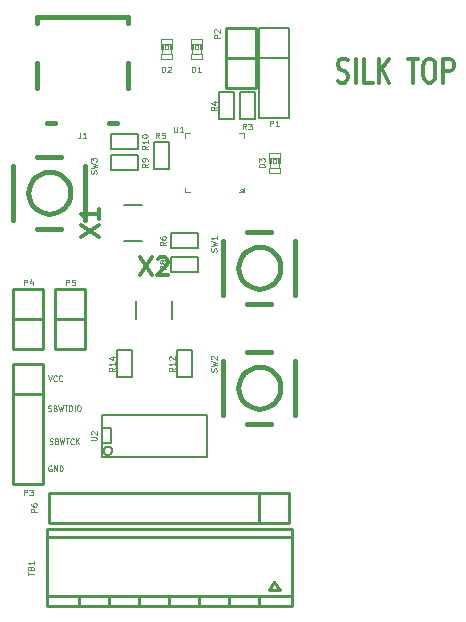
<source format=gto>
G04 (created by PCBNEW-RS274X (2012-01-19 BZR 3256)-stable) date 12/4/2012 11:19:28 PM*
G01*
G70*
G90*
%MOIN*%
G04 Gerber Fmt 3.4, Leading zero omitted, Abs format*
%FSLAX34Y34*%
G04 APERTURE LIST*
%ADD10C,0.006000*%
%ADD11C,0.012000*%
%ADD12C,0.004000*%
%ADD13C,0.003900*%
%ADD14C,0.015000*%
%ADD15C,0.005000*%
%ADD16C,0.002600*%
%ADD17C,0.010000*%
G04 APERTURE END LIST*
G54D10*
G54D11*
X71114Y-32286D02*
X71200Y-32324D01*
X71343Y-32324D01*
X71400Y-32286D01*
X71429Y-32248D01*
X71457Y-32171D01*
X71457Y-32095D01*
X71429Y-32019D01*
X71400Y-31981D01*
X71343Y-31943D01*
X71229Y-31905D01*
X71171Y-31867D01*
X71143Y-31829D01*
X71114Y-31752D01*
X71114Y-31676D01*
X71143Y-31600D01*
X71171Y-31562D01*
X71229Y-31524D01*
X71371Y-31524D01*
X71457Y-31562D01*
X71714Y-32324D02*
X71714Y-31524D01*
X72286Y-32324D02*
X72000Y-32324D01*
X72000Y-31524D01*
X72486Y-32324D02*
X72486Y-31524D01*
X72829Y-32324D02*
X72572Y-31867D01*
X72829Y-31524D02*
X72486Y-31981D01*
X73457Y-31524D02*
X73800Y-31524D01*
X73629Y-32324D02*
X73629Y-31524D01*
X74114Y-31524D02*
X74228Y-31524D01*
X74286Y-31562D01*
X74343Y-31638D01*
X74371Y-31790D01*
X74371Y-32057D01*
X74343Y-32210D01*
X74286Y-32286D01*
X74228Y-32324D01*
X74114Y-32324D01*
X74057Y-32286D01*
X74000Y-32210D01*
X73971Y-32057D01*
X73971Y-31790D01*
X74000Y-31638D01*
X74057Y-31562D01*
X74114Y-31524D01*
X74629Y-32324D02*
X74629Y-31524D01*
X74857Y-31524D01*
X74915Y-31562D01*
X74943Y-31600D01*
X74972Y-31676D01*
X74972Y-31790D01*
X74943Y-31867D01*
X74915Y-31905D01*
X74857Y-31943D01*
X74629Y-31943D01*
G54D12*
X61563Y-45090D02*
X61546Y-45081D01*
X61520Y-45081D01*
X61495Y-45090D01*
X61477Y-45110D01*
X61469Y-45129D01*
X61460Y-45167D01*
X61460Y-45195D01*
X61469Y-45233D01*
X61477Y-45252D01*
X61495Y-45271D01*
X61520Y-45281D01*
X61537Y-45281D01*
X61563Y-45271D01*
X61572Y-45262D01*
X61572Y-45195D01*
X61537Y-45195D01*
X61649Y-45281D02*
X61649Y-45081D01*
X61752Y-45281D01*
X61752Y-45081D01*
X61838Y-45281D02*
X61838Y-45081D01*
X61881Y-45081D01*
X61906Y-45090D01*
X61924Y-45110D01*
X61932Y-45129D01*
X61941Y-45167D01*
X61941Y-45195D01*
X61932Y-45233D01*
X61924Y-45252D01*
X61906Y-45271D01*
X61881Y-45281D01*
X61838Y-45281D01*
X61507Y-44371D02*
X61533Y-44381D01*
X61576Y-44381D01*
X61593Y-44371D01*
X61602Y-44362D01*
X61610Y-44343D01*
X61610Y-44324D01*
X61602Y-44305D01*
X61593Y-44295D01*
X61576Y-44286D01*
X61542Y-44276D01*
X61524Y-44267D01*
X61516Y-44257D01*
X61507Y-44238D01*
X61507Y-44219D01*
X61516Y-44200D01*
X61524Y-44190D01*
X61542Y-44181D01*
X61584Y-44181D01*
X61610Y-44190D01*
X61747Y-44276D02*
X61773Y-44286D01*
X61781Y-44295D01*
X61790Y-44314D01*
X61790Y-44343D01*
X61781Y-44362D01*
X61773Y-44371D01*
X61755Y-44381D01*
X61687Y-44381D01*
X61687Y-44181D01*
X61747Y-44181D01*
X61764Y-44190D01*
X61773Y-44200D01*
X61781Y-44219D01*
X61781Y-44238D01*
X61773Y-44257D01*
X61764Y-44267D01*
X61747Y-44276D01*
X61687Y-44276D01*
X61850Y-44181D02*
X61893Y-44381D01*
X61927Y-44238D01*
X61961Y-44381D01*
X62004Y-44181D01*
X62047Y-44181D02*
X62150Y-44181D01*
X62099Y-44381D02*
X62099Y-44181D01*
X62313Y-44362D02*
X62304Y-44371D01*
X62278Y-44381D01*
X62261Y-44381D01*
X62236Y-44371D01*
X62218Y-44352D01*
X62210Y-44333D01*
X62201Y-44295D01*
X62201Y-44267D01*
X62210Y-44229D01*
X62218Y-44210D01*
X62236Y-44190D01*
X62261Y-44181D01*
X62278Y-44181D01*
X62304Y-44190D01*
X62313Y-44200D01*
X62390Y-44381D02*
X62390Y-44181D01*
X62493Y-44381D02*
X62416Y-44267D01*
X62493Y-44181D02*
X62390Y-44295D01*
X61460Y-43271D02*
X61486Y-43281D01*
X61529Y-43281D01*
X61546Y-43271D01*
X61555Y-43262D01*
X61563Y-43243D01*
X61563Y-43224D01*
X61555Y-43205D01*
X61546Y-43195D01*
X61529Y-43186D01*
X61495Y-43176D01*
X61477Y-43167D01*
X61469Y-43157D01*
X61460Y-43138D01*
X61460Y-43119D01*
X61469Y-43100D01*
X61477Y-43090D01*
X61495Y-43081D01*
X61537Y-43081D01*
X61563Y-43090D01*
X61700Y-43176D02*
X61726Y-43186D01*
X61734Y-43195D01*
X61743Y-43214D01*
X61743Y-43243D01*
X61734Y-43262D01*
X61726Y-43271D01*
X61708Y-43281D01*
X61640Y-43281D01*
X61640Y-43081D01*
X61700Y-43081D01*
X61717Y-43090D01*
X61726Y-43100D01*
X61734Y-43119D01*
X61734Y-43138D01*
X61726Y-43157D01*
X61717Y-43167D01*
X61700Y-43176D01*
X61640Y-43176D01*
X61803Y-43081D02*
X61846Y-43281D01*
X61880Y-43138D01*
X61914Y-43281D01*
X61957Y-43081D01*
X62000Y-43081D02*
X62103Y-43081D01*
X62052Y-43281D02*
X62052Y-43081D01*
X62163Y-43281D02*
X62163Y-43081D01*
X62206Y-43081D01*
X62231Y-43090D01*
X62249Y-43110D01*
X62257Y-43129D01*
X62266Y-43167D01*
X62266Y-43195D01*
X62257Y-43233D01*
X62249Y-43252D01*
X62231Y-43271D01*
X62206Y-43281D01*
X62163Y-43281D01*
X62343Y-43281D02*
X62343Y-43081D01*
X62463Y-43081D02*
X62497Y-43081D01*
X62515Y-43090D01*
X62532Y-43110D01*
X62540Y-43148D01*
X62540Y-43214D01*
X62532Y-43252D01*
X62515Y-43271D01*
X62497Y-43281D01*
X62463Y-43281D01*
X62446Y-43271D01*
X62429Y-43252D01*
X62420Y-43214D01*
X62420Y-43148D01*
X62429Y-43110D01*
X62446Y-43090D01*
X62463Y-43081D01*
X61460Y-42081D02*
X61520Y-42281D01*
X61580Y-42081D01*
X61743Y-42262D02*
X61734Y-42271D01*
X61708Y-42281D01*
X61691Y-42281D01*
X61666Y-42271D01*
X61648Y-42252D01*
X61640Y-42233D01*
X61631Y-42195D01*
X61631Y-42167D01*
X61640Y-42129D01*
X61648Y-42110D01*
X61666Y-42090D01*
X61691Y-42081D01*
X61708Y-42081D01*
X61734Y-42090D01*
X61743Y-42100D01*
X61923Y-42262D02*
X61914Y-42271D01*
X61888Y-42281D01*
X61871Y-42281D01*
X61846Y-42271D01*
X61828Y-42252D01*
X61820Y-42233D01*
X61811Y-42195D01*
X61811Y-42167D01*
X61820Y-42129D01*
X61828Y-42110D01*
X61846Y-42090D01*
X61871Y-42081D01*
X61888Y-42081D01*
X61914Y-42090D01*
X61923Y-42100D01*
G54D13*
X67946Y-35906D02*
X67945Y-35913D01*
X67942Y-35921D01*
X67939Y-35928D01*
X67934Y-35934D01*
X67928Y-35939D01*
X67921Y-35942D01*
X67914Y-35945D01*
X67906Y-35945D01*
X67899Y-35945D01*
X67892Y-35943D01*
X67885Y-35939D01*
X67879Y-35934D01*
X67873Y-35928D01*
X67870Y-35921D01*
X67867Y-35914D01*
X67867Y-35906D01*
X67867Y-35899D01*
X67869Y-35892D01*
X67873Y-35885D01*
X67878Y-35879D01*
X67884Y-35874D01*
X67890Y-35870D01*
X67898Y-35867D01*
X67906Y-35867D01*
X67912Y-35867D01*
X67920Y-35869D01*
X67927Y-35873D01*
X67933Y-35878D01*
X67938Y-35883D01*
X67942Y-35890D01*
X67945Y-35898D01*
X67945Y-35905D01*
X67946Y-35906D01*
X67827Y-35984D02*
X67984Y-35984D01*
X67984Y-35984D02*
X67984Y-35827D01*
X67984Y-34173D02*
X67984Y-34016D01*
X67984Y-34016D02*
X67827Y-34016D01*
X66173Y-34016D02*
X66016Y-34016D01*
X66016Y-34173D02*
X66016Y-34016D01*
X66016Y-35984D02*
X66016Y-35827D01*
X66016Y-35984D02*
X66173Y-35984D01*
G54D14*
X61420Y-33680D02*
X61700Y-33680D01*
X64110Y-30140D02*
X64110Y-30350D01*
X61090Y-30140D02*
X61090Y-30350D01*
X64120Y-31680D02*
X64120Y-32500D01*
X61080Y-31680D02*
X61080Y-32520D01*
X63500Y-33680D02*
X63760Y-33680D01*
X61090Y-30140D02*
X64110Y-30140D01*
X69200Y-38500D02*
X69186Y-38635D01*
X69147Y-38766D01*
X69083Y-38887D01*
X68996Y-38993D01*
X68891Y-39080D01*
X68771Y-39145D01*
X68640Y-39185D01*
X68504Y-39199D01*
X68369Y-39187D01*
X68238Y-39149D01*
X68117Y-39085D01*
X68011Y-39000D01*
X67923Y-38895D01*
X67857Y-38775D01*
X67816Y-38645D01*
X67801Y-38509D01*
X67812Y-38374D01*
X67850Y-38243D01*
X67912Y-38121D01*
X67997Y-38014D01*
X68101Y-37926D01*
X68220Y-37859D01*
X68350Y-37817D01*
X68486Y-37801D01*
X68621Y-37811D01*
X68753Y-37848D01*
X68875Y-37909D01*
X68982Y-37994D01*
X69072Y-38097D01*
X69139Y-38216D01*
X69182Y-38345D01*
X69199Y-38481D01*
X69200Y-38500D01*
X68900Y-39700D02*
X68100Y-39700D01*
X69700Y-37600D02*
X69700Y-39400D01*
X68100Y-37300D02*
X68900Y-37300D01*
X67300Y-39400D02*
X67300Y-37600D01*
X62200Y-36000D02*
X62186Y-36135D01*
X62147Y-36266D01*
X62083Y-36387D01*
X61996Y-36493D01*
X61891Y-36580D01*
X61771Y-36645D01*
X61640Y-36685D01*
X61504Y-36699D01*
X61369Y-36687D01*
X61238Y-36649D01*
X61117Y-36585D01*
X61011Y-36500D01*
X60923Y-36395D01*
X60857Y-36275D01*
X60816Y-36145D01*
X60801Y-36009D01*
X60812Y-35874D01*
X60850Y-35743D01*
X60912Y-35621D01*
X60997Y-35514D01*
X61101Y-35426D01*
X61220Y-35359D01*
X61350Y-35317D01*
X61486Y-35301D01*
X61621Y-35311D01*
X61753Y-35348D01*
X61875Y-35409D01*
X61982Y-35494D01*
X62072Y-35597D01*
X62139Y-35716D01*
X62182Y-35845D01*
X62199Y-35981D01*
X62200Y-36000D01*
X61100Y-34800D02*
X61900Y-34800D01*
X60300Y-36900D02*
X60300Y-35100D01*
X61900Y-37200D02*
X61100Y-37200D01*
X62700Y-35100D02*
X62700Y-36900D01*
X69200Y-42500D02*
X69186Y-42635D01*
X69147Y-42766D01*
X69083Y-42887D01*
X68996Y-42993D01*
X68891Y-43080D01*
X68771Y-43145D01*
X68640Y-43185D01*
X68504Y-43199D01*
X68369Y-43187D01*
X68238Y-43149D01*
X68117Y-43085D01*
X68011Y-43000D01*
X67923Y-42895D01*
X67857Y-42775D01*
X67816Y-42645D01*
X67801Y-42509D01*
X67812Y-42374D01*
X67850Y-42243D01*
X67912Y-42121D01*
X67997Y-42014D01*
X68101Y-41926D01*
X68220Y-41859D01*
X68350Y-41817D01*
X68486Y-41801D01*
X68621Y-41811D01*
X68753Y-41848D01*
X68875Y-41909D01*
X68982Y-41994D01*
X69072Y-42097D01*
X69139Y-42216D01*
X69182Y-42345D01*
X69199Y-42481D01*
X69200Y-42500D01*
X68900Y-43700D02*
X68100Y-43700D01*
X69700Y-41600D02*
X69700Y-43400D01*
X68100Y-41300D02*
X68900Y-41300D01*
X67300Y-43400D02*
X67300Y-41600D01*
G54D10*
X63250Y-43400D02*
X66750Y-43400D01*
X66750Y-43400D02*
X66750Y-44800D01*
X66750Y-44800D02*
X63250Y-44800D01*
X63250Y-44800D02*
X63250Y-43400D01*
G54D15*
X63591Y-44600D02*
X63588Y-44627D01*
X63580Y-44653D01*
X63567Y-44678D01*
X63550Y-44699D01*
X63528Y-44716D01*
X63504Y-44729D01*
X63478Y-44738D01*
X63450Y-44740D01*
X63424Y-44738D01*
X63398Y-44730D01*
X63373Y-44717D01*
X63352Y-44700D01*
X63334Y-44679D01*
X63321Y-44655D01*
X63313Y-44629D01*
X63310Y-44601D01*
X63312Y-44575D01*
X63319Y-44549D01*
X63332Y-44524D01*
X63349Y-44503D01*
X63370Y-44485D01*
X63394Y-44471D01*
X63420Y-44463D01*
X63448Y-44460D01*
X63474Y-44462D01*
X63500Y-44469D01*
X63525Y-44481D01*
X63547Y-44498D01*
X63565Y-44519D01*
X63578Y-44543D01*
X63587Y-44569D01*
X63590Y-44597D01*
X63591Y-44600D01*
X63250Y-43850D02*
X63550Y-43850D01*
X63550Y-43850D02*
X63550Y-44350D01*
X63550Y-44350D02*
X63250Y-44350D01*
X67850Y-33550D02*
X67850Y-32650D01*
X67850Y-32650D02*
X68350Y-32650D01*
X68350Y-32650D02*
X68350Y-33550D01*
X68350Y-33550D02*
X67850Y-33550D01*
X67150Y-33550D02*
X67150Y-32650D01*
X67150Y-32650D02*
X67650Y-32650D01*
X67650Y-32650D02*
X67650Y-33550D01*
X67650Y-33550D02*
X67150Y-33550D01*
X65000Y-35200D02*
X65000Y-34300D01*
X65000Y-34300D02*
X65500Y-34300D01*
X65500Y-34300D02*
X65500Y-35200D01*
X65500Y-35200D02*
X65000Y-35200D01*
X65550Y-37350D02*
X66450Y-37350D01*
X66450Y-37350D02*
X66450Y-37850D01*
X66450Y-37850D02*
X65550Y-37850D01*
X65550Y-37850D02*
X65550Y-37350D01*
X65550Y-38150D02*
X66450Y-38150D01*
X66450Y-38150D02*
X66450Y-38650D01*
X66450Y-38650D02*
X65550Y-38650D01*
X65550Y-38650D02*
X65550Y-38150D01*
X63550Y-34750D02*
X64450Y-34750D01*
X64450Y-34750D02*
X64450Y-35250D01*
X64450Y-35250D02*
X63550Y-35250D01*
X63550Y-35250D02*
X63550Y-34750D01*
X63550Y-34050D02*
X64450Y-34050D01*
X64450Y-34050D02*
X64450Y-34550D01*
X64450Y-34550D02*
X63550Y-34550D01*
X63550Y-34550D02*
X63550Y-34050D01*
X64250Y-41250D02*
X64250Y-42150D01*
X64250Y-42150D02*
X63750Y-42150D01*
X63750Y-42150D02*
X63750Y-41250D01*
X63750Y-41250D02*
X64250Y-41250D01*
X66250Y-41250D02*
X66250Y-42150D01*
X66250Y-42150D02*
X65750Y-42150D01*
X65750Y-42150D02*
X65750Y-41250D01*
X65750Y-41250D02*
X66250Y-41250D01*
G54D16*
X68823Y-34823D02*
X69177Y-34823D01*
X69177Y-34823D02*
X69177Y-34666D01*
X68823Y-34666D02*
X69177Y-34666D01*
X68823Y-34823D02*
X68823Y-34666D01*
X68823Y-35334D02*
X69177Y-35334D01*
X69177Y-35334D02*
X69177Y-35177D01*
X68823Y-35177D02*
X69177Y-35177D01*
X68823Y-35334D02*
X68823Y-35177D01*
X68823Y-35000D02*
X68882Y-35000D01*
X68882Y-35000D02*
X68882Y-34882D01*
X68823Y-34882D02*
X68882Y-34882D01*
X68823Y-35000D02*
X68823Y-34882D01*
X69118Y-35000D02*
X69177Y-35000D01*
X69177Y-35000D02*
X69177Y-34882D01*
X69118Y-34882D02*
X69177Y-34882D01*
X69118Y-35000D02*
X69118Y-34882D01*
X68941Y-35000D02*
X69059Y-35000D01*
X69059Y-35000D02*
X69059Y-34882D01*
X68941Y-34882D02*
X69059Y-34882D01*
X68941Y-35000D02*
X68941Y-34882D01*
G54D12*
X68843Y-34823D02*
X68843Y-35177D01*
X69157Y-34823D02*
X69157Y-35177D01*
G54D16*
X65223Y-31023D02*
X65577Y-31023D01*
X65577Y-31023D02*
X65577Y-30866D01*
X65223Y-30866D02*
X65577Y-30866D01*
X65223Y-31023D02*
X65223Y-30866D01*
X65223Y-31534D02*
X65577Y-31534D01*
X65577Y-31534D02*
X65577Y-31377D01*
X65223Y-31377D02*
X65577Y-31377D01*
X65223Y-31534D02*
X65223Y-31377D01*
X65223Y-31200D02*
X65282Y-31200D01*
X65282Y-31200D02*
X65282Y-31082D01*
X65223Y-31082D02*
X65282Y-31082D01*
X65223Y-31200D02*
X65223Y-31082D01*
X65518Y-31200D02*
X65577Y-31200D01*
X65577Y-31200D02*
X65577Y-31082D01*
X65518Y-31082D02*
X65577Y-31082D01*
X65518Y-31200D02*
X65518Y-31082D01*
X65341Y-31200D02*
X65459Y-31200D01*
X65459Y-31200D02*
X65459Y-31082D01*
X65341Y-31082D02*
X65459Y-31082D01*
X65341Y-31200D02*
X65341Y-31082D01*
G54D12*
X65243Y-31023D02*
X65243Y-31377D01*
X65557Y-31023D02*
X65557Y-31377D01*
G54D16*
X66223Y-31023D02*
X66577Y-31023D01*
X66577Y-31023D02*
X66577Y-30866D01*
X66223Y-30866D02*
X66577Y-30866D01*
X66223Y-31023D02*
X66223Y-30866D01*
X66223Y-31534D02*
X66577Y-31534D01*
X66577Y-31534D02*
X66577Y-31377D01*
X66223Y-31377D02*
X66577Y-31377D01*
X66223Y-31534D02*
X66223Y-31377D01*
X66223Y-31200D02*
X66282Y-31200D01*
X66282Y-31200D02*
X66282Y-31082D01*
X66223Y-31082D02*
X66282Y-31082D01*
X66223Y-31200D02*
X66223Y-31082D01*
X66518Y-31200D02*
X66577Y-31200D01*
X66577Y-31200D02*
X66577Y-31082D01*
X66518Y-31082D02*
X66577Y-31082D01*
X66518Y-31200D02*
X66518Y-31082D01*
X66341Y-31200D02*
X66459Y-31200D01*
X66459Y-31200D02*
X66459Y-31082D01*
X66341Y-31082D02*
X66459Y-31082D01*
X66341Y-31200D02*
X66341Y-31082D01*
G54D12*
X66243Y-31023D02*
X66243Y-31377D01*
X66557Y-31023D02*
X66557Y-31377D01*
G54D17*
X69500Y-46000D02*
X61500Y-46000D01*
X61500Y-47000D02*
X69500Y-47000D01*
X69500Y-46000D02*
X69500Y-47000D01*
X61500Y-47000D02*
X61500Y-46000D01*
X68500Y-47000D02*
X68500Y-46000D01*
G54D10*
X68500Y-30500D02*
X69500Y-30500D01*
X69500Y-30500D02*
X69500Y-33500D01*
X69500Y-33500D02*
X68500Y-33500D01*
X68500Y-33500D02*
X68500Y-30500D01*
X69500Y-31500D02*
X68500Y-31500D01*
G54D17*
X61700Y-39200D02*
X61700Y-41200D01*
X62700Y-39200D02*
X62700Y-41200D01*
X61700Y-39200D02*
X62700Y-39200D01*
X62700Y-41200D02*
X61700Y-41200D01*
X62700Y-40200D02*
X61700Y-40200D01*
X60300Y-39200D02*
X60300Y-41200D01*
X61300Y-39200D02*
X61300Y-41200D01*
X60300Y-39200D02*
X61300Y-39200D01*
X61300Y-41200D02*
X60300Y-41200D01*
X61300Y-40200D02*
X60300Y-40200D01*
X68400Y-32500D02*
X68400Y-30500D01*
X67400Y-32500D02*
X67400Y-30500D01*
X68400Y-32500D02*
X67400Y-32500D01*
X67400Y-30500D02*
X68400Y-30500D01*
X67400Y-31500D02*
X68400Y-31500D01*
X60300Y-41700D02*
X60300Y-45700D01*
X61300Y-41700D02*
X61300Y-45700D01*
X60300Y-41700D02*
X61300Y-41700D01*
X61300Y-45700D02*
X60300Y-45700D01*
X61300Y-42700D02*
X60300Y-42700D01*
X69004Y-48972D02*
X69201Y-49248D01*
X69201Y-49248D02*
X68807Y-49248D01*
X68807Y-49248D02*
X69004Y-48972D01*
X69594Y-47476D02*
X61406Y-47476D01*
X69594Y-49445D02*
X61406Y-49445D01*
X69594Y-49760D02*
X69594Y-47201D01*
X69594Y-47201D02*
X61406Y-47201D01*
X61406Y-47201D02*
X61406Y-49760D01*
X61406Y-49760D02*
X69594Y-49760D01*
X62500Y-49512D02*
X62500Y-49762D01*
X63500Y-49512D02*
X63500Y-49762D01*
X64500Y-49512D02*
X64500Y-49762D01*
X65500Y-49512D02*
X65500Y-49762D01*
X66500Y-49512D02*
X66500Y-49762D01*
X67500Y-49512D02*
X67500Y-49762D01*
X68500Y-49512D02*
X68500Y-49762D01*
G54D15*
X64600Y-37600D02*
X64000Y-37600D01*
X64600Y-36400D02*
X64000Y-36400D01*
X64400Y-40200D02*
X64400Y-39600D01*
X65600Y-40200D02*
X65600Y-39600D01*
G54D12*
X65648Y-33793D02*
X65648Y-33939D01*
X65657Y-33956D01*
X65667Y-33964D01*
X65686Y-33973D01*
X65724Y-33973D01*
X65743Y-33964D01*
X65752Y-33956D01*
X65762Y-33939D01*
X65762Y-33793D01*
X65962Y-33973D02*
X65848Y-33973D01*
X65905Y-33973D02*
X65905Y-33793D01*
X65886Y-33819D01*
X65867Y-33836D01*
X65848Y-33844D01*
X62534Y-33993D02*
X62534Y-34121D01*
X62524Y-34147D01*
X62505Y-34164D01*
X62477Y-34173D01*
X62458Y-34173D01*
X62733Y-34173D02*
X62619Y-34173D01*
X62676Y-34173D02*
X62676Y-33993D01*
X62657Y-34019D01*
X62638Y-34036D01*
X62619Y-34044D01*
X67064Y-37966D02*
X67073Y-37937D01*
X67073Y-37890D01*
X67064Y-37871D01*
X67056Y-37861D01*
X67039Y-37852D01*
X67021Y-37852D01*
X67004Y-37861D01*
X66996Y-37871D01*
X66987Y-37890D01*
X66979Y-37928D01*
X66970Y-37947D01*
X66961Y-37956D01*
X66944Y-37966D01*
X66927Y-37966D01*
X66910Y-37956D01*
X66901Y-37947D01*
X66893Y-37928D01*
X66893Y-37880D01*
X66901Y-37852D01*
X66893Y-37785D02*
X67073Y-37738D01*
X66944Y-37700D01*
X67073Y-37662D01*
X66893Y-37614D01*
X67073Y-37433D02*
X67073Y-37547D01*
X67073Y-37490D02*
X66893Y-37490D01*
X66919Y-37509D01*
X66936Y-37528D01*
X66944Y-37547D01*
X63064Y-35366D02*
X63073Y-35337D01*
X63073Y-35290D01*
X63064Y-35271D01*
X63056Y-35261D01*
X63039Y-35252D01*
X63021Y-35252D01*
X63004Y-35261D01*
X62996Y-35271D01*
X62987Y-35290D01*
X62979Y-35328D01*
X62970Y-35347D01*
X62961Y-35356D01*
X62944Y-35366D01*
X62927Y-35366D01*
X62910Y-35356D01*
X62901Y-35347D01*
X62893Y-35328D01*
X62893Y-35280D01*
X62901Y-35252D01*
X62893Y-35185D02*
X63073Y-35138D01*
X62944Y-35100D01*
X63073Y-35062D01*
X62893Y-35014D01*
X62893Y-34956D02*
X62893Y-34833D01*
X62961Y-34899D01*
X62961Y-34871D01*
X62970Y-34852D01*
X62979Y-34842D01*
X62996Y-34833D01*
X63039Y-34833D01*
X63056Y-34842D01*
X63064Y-34852D01*
X63073Y-34871D01*
X63073Y-34928D01*
X63064Y-34947D01*
X63056Y-34956D01*
X67064Y-41966D02*
X67073Y-41937D01*
X67073Y-41890D01*
X67064Y-41871D01*
X67056Y-41861D01*
X67039Y-41852D01*
X67021Y-41852D01*
X67004Y-41861D01*
X66996Y-41871D01*
X66987Y-41890D01*
X66979Y-41928D01*
X66970Y-41947D01*
X66961Y-41956D01*
X66944Y-41966D01*
X66927Y-41966D01*
X66910Y-41956D01*
X66901Y-41947D01*
X66893Y-41928D01*
X66893Y-41880D01*
X66901Y-41852D01*
X66893Y-41785D02*
X67073Y-41738D01*
X66944Y-41700D01*
X67073Y-41662D01*
X66893Y-41614D01*
X66910Y-41547D02*
X66901Y-41537D01*
X66893Y-41518D01*
X66893Y-41471D01*
X66901Y-41452D01*
X66910Y-41442D01*
X66927Y-41433D01*
X66944Y-41433D01*
X66970Y-41442D01*
X67073Y-41556D01*
X67073Y-41433D01*
X62893Y-44252D02*
X63039Y-44252D01*
X63056Y-44243D01*
X63064Y-44233D01*
X63073Y-44214D01*
X63073Y-44176D01*
X63064Y-44157D01*
X63056Y-44148D01*
X63039Y-44138D01*
X62893Y-44138D01*
X62910Y-44052D02*
X62901Y-44042D01*
X62893Y-44023D01*
X62893Y-43976D01*
X62901Y-43957D01*
X62910Y-43947D01*
X62927Y-43938D01*
X62944Y-43938D01*
X62970Y-43947D01*
X63073Y-44061D01*
X63073Y-43938D01*
X68067Y-33873D02*
X68000Y-33787D01*
X67953Y-33873D02*
X67953Y-33693D01*
X68029Y-33693D01*
X68048Y-33701D01*
X68057Y-33710D01*
X68067Y-33727D01*
X68067Y-33753D01*
X68057Y-33770D01*
X68048Y-33779D01*
X68029Y-33787D01*
X67953Y-33787D01*
X68134Y-33693D02*
X68257Y-33693D01*
X68191Y-33761D01*
X68219Y-33761D01*
X68238Y-33770D01*
X68248Y-33779D01*
X68257Y-33796D01*
X68257Y-33839D01*
X68248Y-33856D01*
X68238Y-33864D01*
X68219Y-33873D01*
X68162Y-33873D01*
X68143Y-33864D01*
X68134Y-33856D01*
X67073Y-33133D02*
X66987Y-33200D01*
X67073Y-33247D02*
X66893Y-33247D01*
X66893Y-33171D01*
X66901Y-33152D01*
X66910Y-33143D01*
X66927Y-33133D01*
X66953Y-33133D01*
X66970Y-33143D01*
X66979Y-33152D01*
X66987Y-33171D01*
X66987Y-33247D01*
X66953Y-32962D02*
X67073Y-32962D01*
X66884Y-33009D02*
X67013Y-33057D01*
X67013Y-32933D01*
X65167Y-34173D02*
X65100Y-34087D01*
X65053Y-34173D02*
X65053Y-33993D01*
X65129Y-33993D01*
X65148Y-34001D01*
X65157Y-34010D01*
X65167Y-34027D01*
X65167Y-34053D01*
X65157Y-34070D01*
X65148Y-34079D01*
X65129Y-34087D01*
X65053Y-34087D01*
X65348Y-33993D02*
X65253Y-33993D01*
X65243Y-34079D01*
X65253Y-34070D01*
X65272Y-34061D01*
X65319Y-34061D01*
X65338Y-34070D01*
X65348Y-34079D01*
X65357Y-34096D01*
X65357Y-34139D01*
X65348Y-34156D01*
X65338Y-34164D01*
X65319Y-34173D01*
X65272Y-34173D01*
X65253Y-34164D01*
X65243Y-34156D01*
X65373Y-37633D02*
X65287Y-37700D01*
X65373Y-37747D02*
X65193Y-37747D01*
X65193Y-37671D01*
X65201Y-37652D01*
X65210Y-37643D01*
X65227Y-37633D01*
X65253Y-37633D01*
X65270Y-37643D01*
X65279Y-37652D01*
X65287Y-37671D01*
X65287Y-37747D01*
X65193Y-37462D02*
X65193Y-37500D01*
X65201Y-37519D01*
X65210Y-37528D01*
X65236Y-37547D01*
X65270Y-37557D01*
X65339Y-37557D01*
X65356Y-37547D01*
X65364Y-37538D01*
X65373Y-37519D01*
X65373Y-37481D01*
X65364Y-37462D01*
X65356Y-37452D01*
X65339Y-37443D01*
X65296Y-37443D01*
X65279Y-37452D01*
X65270Y-37462D01*
X65261Y-37481D01*
X65261Y-37519D01*
X65270Y-37538D01*
X65279Y-37547D01*
X65296Y-37557D01*
X65373Y-38433D02*
X65287Y-38500D01*
X65373Y-38547D02*
X65193Y-38547D01*
X65193Y-38471D01*
X65201Y-38452D01*
X65210Y-38443D01*
X65227Y-38433D01*
X65253Y-38433D01*
X65270Y-38443D01*
X65279Y-38452D01*
X65287Y-38471D01*
X65287Y-38547D01*
X65270Y-38319D02*
X65261Y-38338D01*
X65253Y-38347D01*
X65236Y-38357D01*
X65227Y-38357D01*
X65210Y-38347D01*
X65201Y-38338D01*
X65193Y-38319D01*
X65193Y-38281D01*
X65201Y-38262D01*
X65210Y-38252D01*
X65227Y-38243D01*
X65236Y-38243D01*
X65253Y-38252D01*
X65261Y-38262D01*
X65270Y-38281D01*
X65270Y-38319D01*
X65279Y-38338D01*
X65287Y-38347D01*
X65304Y-38357D01*
X65339Y-38357D01*
X65356Y-38347D01*
X65364Y-38338D01*
X65373Y-38319D01*
X65373Y-38281D01*
X65364Y-38262D01*
X65356Y-38252D01*
X65339Y-38243D01*
X65304Y-38243D01*
X65287Y-38252D01*
X65279Y-38262D01*
X65270Y-38281D01*
X64773Y-35033D02*
X64687Y-35100D01*
X64773Y-35147D02*
X64593Y-35147D01*
X64593Y-35071D01*
X64601Y-35052D01*
X64610Y-35043D01*
X64627Y-35033D01*
X64653Y-35033D01*
X64670Y-35043D01*
X64679Y-35052D01*
X64687Y-35071D01*
X64687Y-35147D01*
X64773Y-34938D02*
X64773Y-34900D01*
X64764Y-34881D01*
X64756Y-34871D01*
X64730Y-34852D01*
X64696Y-34843D01*
X64627Y-34843D01*
X64610Y-34852D01*
X64601Y-34862D01*
X64593Y-34881D01*
X64593Y-34919D01*
X64601Y-34938D01*
X64610Y-34947D01*
X64627Y-34957D01*
X64670Y-34957D01*
X64687Y-34947D01*
X64696Y-34938D01*
X64704Y-34919D01*
X64704Y-34881D01*
X64696Y-34862D01*
X64687Y-34852D01*
X64670Y-34843D01*
X64773Y-34428D02*
X64687Y-34495D01*
X64773Y-34542D02*
X64593Y-34542D01*
X64593Y-34466D01*
X64601Y-34447D01*
X64610Y-34438D01*
X64627Y-34428D01*
X64653Y-34428D01*
X64670Y-34438D01*
X64679Y-34447D01*
X64687Y-34466D01*
X64687Y-34542D01*
X64773Y-34238D02*
X64773Y-34352D01*
X64773Y-34295D02*
X64593Y-34295D01*
X64619Y-34314D01*
X64636Y-34333D01*
X64644Y-34352D01*
X64593Y-34114D02*
X64593Y-34095D01*
X64601Y-34076D01*
X64610Y-34067D01*
X64627Y-34057D01*
X64661Y-34048D01*
X64704Y-34048D01*
X64739Y-34057D01*
X64756Y-34067D01*
X64764Y-34076D01*
X64773Y-34095D01*
X64773Y-34114D01*
X64764Y-34133D01*
X64756Y-34143D01*
X64739Y-34152D01*
X64704Y-34162D01*
X64661Y-34162D01*
X64627Y-34152D01*
X64610Y-34143D01*
X64601Y-34133D01*
X64593Y-34114D01*
X63673Y-41828D02*
X63587Y-41895D01*
X63673Y-41942D02*
X63493Y-41942D01*
X63493Y-41866D01*
X63501Y-41847D01*
X63510Y-41838D01*
X63527Y-41828D01*
X63553Y-41828D01*
X63570Y-41838D01*
X63579Y-41847D01*
X63587Y-41866D01*
X63587Y-41942D01*
X63673Y-41638D02*
X63673Y-41752D01*
X63673Y-41695D02*
X63493Y-41695D01*
X63519Y-41714D01*
X63536Y-41733D01*
X63544Y-41752D01*
X63553Y-41467D02*
X63673Y-41467D01*
X63484Y-41514D02*
X63613Y-41562D01*
X63613Y-41438D01*
X65673Y-41828D02*
X65587Y-41895D01*
X65673Y-41942D02*
X65493Y-41942D01*
X65493Y-41866D01*
X65501Y-41847D01*
X65510Y-41838D01*
X65527Y-41828D01*
X65553Y-41828D01*
X65570Y-41838D01*
X65579Y-41847D01*
X65587Y-41866D01*
X65587Y-41942D01*
X65673Y-41638D02*
X65673Y-41752D01*
X65673Y-41695D02*
X65493Y-41695D01*
X65519Y-41714D01*
X65536Y-41733D01*
X65544Y-41752D01*
X65510Y-41562D02*
X65501Y-41552D01*
X65493Y-41533D01*
X65493Y-41486D01*
X65501Y-41467D01*
X65510Y-41457D01*
X65527Y-41448D01*
X65544Y-41448D01*
X65570Y-41457D01*
X65673Y-41571D01*
X65673Y-41448D01*
X68673Y-35147D02*
X68493Y-35147D01*
X68493Y-35100D01*
X68501Y-35071D01*
X68519Y-35052D01*
X68536Y-35043D01*
X68570Y-35033D01*
X68596Y-35033D01*
X68630Y-35043D01*
X68647Y-35052D01*
X68664Y-35071D01*
X68673Y-35100D01*
X68673Y-35147D01*
X68493Y-34966D02*
X68493Y-34843D01*
X68561Y-34909D01*
X68561Y-34881D01*
X68570Y-34862D01*
X68579Y-34852D01*
X68596Y-34843D01*
X68639Y-34843D01*
X68656Y-34852D01*
X68664Y-34862D01*
X68673Y-34881D01*
X68673Y-34938D01*
X68664Y-34957D01*
X68656Y-34966D01*
X65253Y-31973D02*
X65253Y-31793D01*
X65300Y-31793D01*
X65329Y-31801D01*
X65348Y-31819D01*
X65357Y-31836D01*
X65367Y-31870D01*
X65367Y-31896D01*
X65357Y-31930D01*
X65348Y-31947D01*
X65329Y-31964D01*
X65300Y-31973D01*
X65253Y-31973D01*
X65443Y-31810D02*
X65453Y-31801D01*
X65472Y-31793D01*
X65519Y-31793D01*
X65538Y-31801D01*
X65548Y-31810D01*
X65557Y-31827D01*
X65557Y-31844D01*
X65548Y-31870D01*
X65434Y-31973D01*
X65557Y-31973D01*
X66253Y-31973D02*
X66253Y-31793D01*
X66300Y-31793D01*
X66329Y-31801D01*
X66348Y-31819D01*
X66357Y-31836D01*
X66367Y-31870D01*
X66367Y-31896D01*
X66357Y-31930D01*
X66348Y-31947D01*
X66329Y-31964D01*
X66300Y-31973D01*
X66253Y-31973D01*
X66557Y-31973D02*
X66443Y-31973D01*
X66500Y-31973D02*
X66500Y-31793D01*
X66481Y-31819D01*
X66462Y-31836D01*
X66443Y-31844D01*
X61073Y-46647D02*
X60893Y-46647D01*
X60893Y-46571D01*
X60901Y-46552D01*
X60910Y-46543D01*
X60927Y-46533D01*
X60953Y-46533D01*
X60970Y-46543D01*
X60979Y-46552D01*
X60987Y-46571D01*
X60987Y-46647D01*
X60893Y-46362D02*
X60893Y-46400D01*
X60901Y-46419D01*
X60910Y-46428D01*
X60936Y-46447D01*
X60970Y-46457D01*
X61039Y-46457D01*
X61056Y-46447D01*
X61064Y-46438D01*
X61073Y-46419D01*
X61073Y-46381D01*
X61064Y-46362D01*
X61056Y-46352D01*
X61039Y-46343D01*
X60996Y-46343D01*
X60979Y-46352D01*
X60970Y-46362D01*
X60961Y-46381D01*
X60961Y-46419D01*
X60970Y-46438D01*
X60979Y-46447D01*
X60996Y-46457D01*
X68853Y-33773D02*
X68853Y-33593D01*
X68929Y-33593D01*
X68948Y-33601D01*
X68957Y-33610D01*
X68967Y-33627D01*
X68967Y-33653D01*
X68957Y-33670D01*
X68948Y-33679D01*
X68929Y-33687D01*
X68853Y-33687D01*
X69157Y-33773D02*
X69043Y-33773D01*
X69100Y-33773D02*
X69100Y-33593D01*
X69081Y-33619D01*
X69062Y-33636D01*
X69043Y-33644D01*
X62053Y-39073D02*
X62053Y-38893D01*
X62129Y-38893D01*
X62148Y-38901D01*
X62157Y-38910D01*
X62167Y-38927D01*
X62167Y-38953D01*
X62157Y-38970D01*
X62148Y-38979D01*
X62129Y-38987D01*
X62053Y-38987D01*
X62348Y-38893D02*
X62253Y-38893D01*
X62243Y-38979D01*
X62253Y-38970D01*
X62272Y-38961D01*
X62319Y-38961D01*
X62338Y-38970D01*
X62348Y-38979D01*
X62357Y-38996D01*
X62357Y-39039D01*
X62348Y-39056D01*
X62338Y-39064D01*
X62319Y-39073D01*
X62272Y-39073D01*
X62253Y-39064D01*
X62243Y-39056D01*
X60653Y-39073D02*
X60653Y-38893D01*
X60729Y-38893D01*
X60748Y-38901D01*
X60757Y-38910D01*
X60767Y-38927D01*
X60767Y-38953D01*
X60757Y-38970D01*
X60748Y-38979D01*
X60729Y-38987D01*
X60653Y-38987D01*
X60938Y-38953D02*
X60938Y-39073D01*
X60891Y-38884D02*
X60843Y-39013D01*
X60967Y-39013D01*
X67173Y-30847D02*
X66993Y-30847D01*
X66993Y-30771D01*
X67001Y-30752D01*
X67010Y-30743D01*
X67027Y-30733D01*
X67053Y-30733D01*
X67070Y-30743D01*
X67079Y-30752D01*
X67087Y-30771D01*
X67087Y-30847D01*
X67010Y-30657D02*
X67001Y-30647D01*
X66993Y-30628D01*
X66993Y-30581D01*
X67001Y-30562D01*
X67010Y-30552D01*
X67027Y-30543D01*
X67044Y-30543D01*
X67070Y-30552D01*
X67173Y-30666D01*
X67173Y-30543D01*
X60653Y-46073D02*
X60653Y-45893D01*
X60729Y-45893D01*
X60748Y-45901D01*
X60757Y-45910D01*
X60767Y-45927D01*
X60767Y-45953D01*
X60757Y-45970D01*
X60748Y-45979D01*
X60729Y-45987D01*
X60653Y-45987D01*
X60834Y-45893D02*
X60957Y-45893D01*
X60891Y-45961D01*
X60919Y-45961D01*
X60938Y-45970D01*
X60948Y-45979D01*
X60957Y-45996D01*
X60957Y-46039D01*
X60948Y-46056D01*
X60938Y-46064D01*
X60919Y-46073D01*
X60862Y-46073D01*
X60843Y-46064D01*
X60834Y-46056D01*
X60793Y-48752D02*
X60793Y-48638D01*
X60973Y-48695D02*
X60793Y-48695D01*
X60879Y-48505D02*
X60887Y-48476D01*
X60896Y-48467D01*
X60913Y-48457D01*
X60939Y-48457D01*
X60956Y-48467D01*
X60964Y-48476D01*
X60973Y-48495D01*
X60973Y-48571D01*
X60793Y-48571D01*
X60793Y-48505D01*
X60801Y-48486D01*
X60810Y-48476D01*
X60827Y-48467D01*
X60844Y-48467D01*
X60861Y-48476D01*
X60870Y-48486D01*
X60879Y-48505D01*
X60879Y-48571D01*
X60973Y-48267D02*
X60973Y-48381D01*
X60973Y-48324D02*
X60793Y-48324D01*
X60819Y-48343D01*
X60836Y-48362D01*
X60844Y-48381D01*
G54D11*
X62543Y-37485D02*
X63143Y-37085D01*
X62543Y-37085D02*
X63143Y-37485D01*
X63143Y-36543D02*
X63143Y-36886D01*
X63143Y-36714D02*
X62543Y-36714D01*
X62629Y-36771D01*
X62686Y-36829D01*
X62714Y-36886D01*
X64515Y-38143D02*
X64915Y-38743D01*
X64915Y-38143D02*
X64515Y-38743D01*
X65114Y-38200D02*
X65143Y-38171D01*
X65200Y-38143D01*
X65343Y-38143D01*
X65400Y-38171D01*
X65429Y-38200D01*
X65457Y-38257D01*
X65457Y-38314D01*
X65429Y-38400D01*
X65086Y-38743D01*
X65457Y-38743D01*
M02*

</source>
